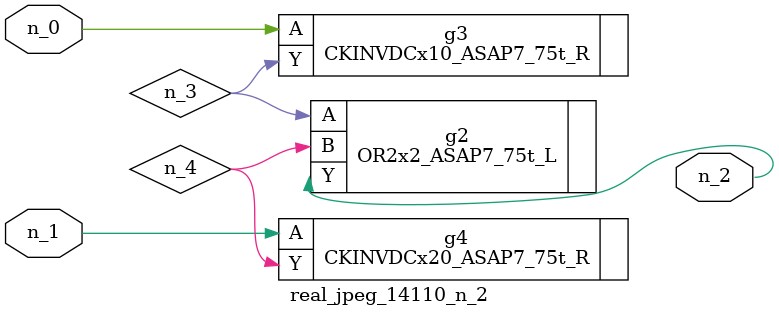
<source format=v>
module real_jpeg_14110_n_2 (n_1, n_0, n_2);

input n_1;
input n_0;

output n_2;

wire n_4;
wire n_3;

CKINVDCx10_ASAP7_75t_R g3 ( 
.A(n_0),
.Y(n_3)
);

CKINVDCx20_ASAP7_75t_R g4 ( 
.A(n_1),
.Y(n_4)
);

OR2x2_ASAP7_75t_L g2 ( 
.A(n_3),
.B(n_4),
.Y(n_2)
);


endmodule
</source>
